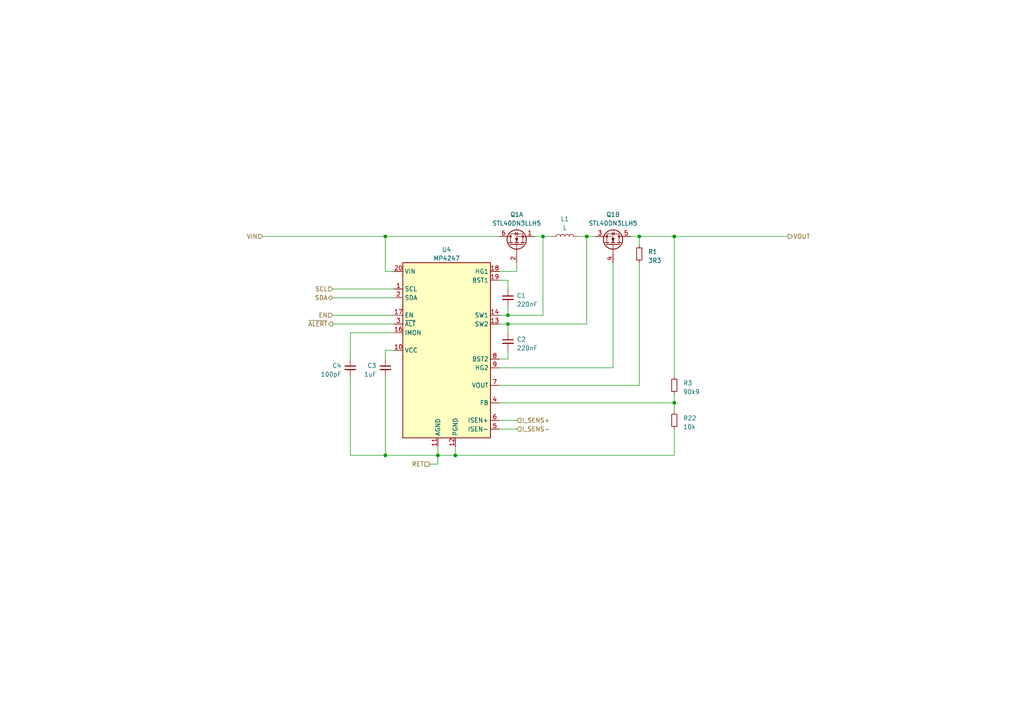
<source format=kicad_sch>
(kicad_sch (version 20230121) (generator eeschema)
  (paper "A4")
  (lib_symbols
    (symbol "Device:C_Small" (pin_numbers hide) (pin_names (offset 0.254) hide)
      (property "Reference" "C" (at 0.254 1.778 0))
      (property "Value" "C_Small" (at 0.254 -2.032 0))
      (symbol "C_Small_0_1"
        (polyline (pts (xy -1.524 -0.508) (xy 1.524 -0.508)) (stroke (width 0.3302)))
        (polyline (pts (xy -1.524 0.508) (xy 1.524 0.508)) (stroke (width 0.3048)))
      )
      (symbol "C_Small_1_1"
        (pin passive line (at 0 2.54 270) (length 2.032) (name "~") (number "1"))
        (pin passive line (at 0 -2.54 90) (length 2.032) (name "~") (number "2"))
      )
    )
    (symbol "Device:L" (pin_numbers hide) (pin_names (offset 1.016) hide)
      (property "Reference" "L" (at -1.27 0 90))
      (property "Value" "L" (at 1.905 0 90))
      (symbol "L_0_1"
        (arc (start 0 -2.54) (mid 0.6323 -1.905) (end 0 -1.27))
        (arc (start 0 -1.27) (mid 0.6323 -0.635) (end 0 0))
        (arc (start 0 0) (mid 0.6323 0.635) (end 0 1.27))
        (arc (start 0 1.27) (mid 0.6323 1.905) (end 0 2.54))
      )
      (symbol "L_1_1"
        (pin passive line (at 0 3.81 270) (length 1.27) (name "1") (number "1"))
        (pin passive line (at 0 -3.81 90) (length 1.27) (name "2") (number "2"))
      )
    )
    (symbol "Device:Q_Dual_NMOS_S1G1S2G2D2D1" (pin_names (offset 0) hide)
      (property "Reference" "Q" (at 6.35 1.27 0))
      (property "Value" "Q_Dual_NMOS_S1G1S2G2D2D1" (at 19.05 -1.27 0))
      (symbol "Q_Dual_NMOS_S1G1S2G2D2D1_0_1"
        (polyline (pts (xy 0.254 0) (xy -2.54 0)))
        (polyline (pts (xy 0.254 1.905) (xy 0.254 -1.905)) (stroke (width 0.254)))
        (polyline (pts (xy 0.762 -1.27) (xy 0.762 -2.286)) (stroke (width 0.254)))
        (polyline (pts (xy 0.762 0.508) (xy 0.762 -0.508)) (stroke (width 0.254)))
        (polyline (pts (xy 0.762 2.286) (xy 0.762 1.27)) (stroke (width 0.254)))
        (polyline (pts (xy 2.54 2.54) (xy 2.54 1.778)))
        (polyline (pts (xy 2.54 -2.54) (xy 2.54 0) (xy 0.762 0)))
        (polyline (pts (xy 0.762 -1.778) (xy 3.302 -1.778) (xy 3.302 1.778) (xy 0.762 1.778)))
        (polyline (pts (xy 1.016 0) (xy 2.032 0.381) (xy 2.032 -0.381) (xy 1.016 0)) (fill (type outline)))
        (polyline (pts (xy 2.794 0.508) (xy 2.921 0.381) (xy 3.683 0.381) (xy 3.81 0.254)))
        (polyline (pts (xy 3.302 0.381) (xy 2.921 -0.254) (xy 3.683 -0.254) (xy 3.302 0.381)))
        (circle (center 1.651 0) (radius 2.794) (stroke (width 0.254)))
        (circle (center 2.54 -1.778) (radius 0.254) (fill (type outline)))
        (circle (center 2.54 1.778) (radius 0.254) (fill (type outline)))
      )
      (symbol "Q_Dual_NMOS_S1G1S2G2D2D1_1_1"
        (pin passive line (at 2.54 -5.08 90) (length 2.54) (name "S") (number "1"))
        (pin input line (at -5.08 0 0) (length 2.54) (name "G") (number "2"))
        (pin passive line (at 2.54 5.08 270) (length 2.54) (name "D") (number "6"))
      )
      (symbol "Q_Dual_NMOS_S1G1S2G2D2D1_2_1"
        (pin passive line (at 2.54 -5.08 90) (length 2.54) (name "S") (number "3"))
        (pin input line (at -5.08 0 0) (length 2.54) (name "G") (number "4"))
        (pin passive line (at 2.54 5.08 270) (length 2.54) (name "D") (number "5"))
      )
    )
    (symbol "Device:R_Small" (pin_numbers hide) (pin_names (offset 0.254) hide)
      (property "Reference" "R" (at 0.762 0.508 0))
      (property "Value" "R_Small" (at 0.762 -1.016 0))
      (symbol "R_Small_0_1"
        (rectangle (start -0.762 1.778) (end 0.762 -1.778) (stroke (width 0.2032)))
      )
      (symbol "R_Small_1_1"
        (pin passive line (at 0 2.54 270) (length 0.762) (name "~") (number "1"))
        (pin passive line (at 0 -2.54 90) (length 0.762) (name "~") (number "2"))
      )
    )
    (symbol "Regulator_Switching:MP4247"
      (property "Reference" "U" (at 0 27.94 0))
      (property "Value" "MP4247" (at 0 30.48 0))
      (symbol "MP4247_0_1"
        (rectangle (start -12.7 25.4) (end 12.7 -25.4) (stroke (width 0.254)) (fill (type background)))
      )
      (symbol "MP4247_1_1"
        (pin input line (at -15.24 17.78 0) (length 2.54) (name "SCL") (number "1"))
        (pin power_out line (at -15.24 0 0) (length 2.54) (name "VCC") (number "10"))
        (pin power_in line (at -2.54 -27.94 90) (length 2.54) (name "AGND") (number "11"))
        (pin power_in line (at 2.54 -27.94 90) (length 2.54) (name "PGND") (number "12"))
        (pin passive line (at 15.24 7.62 180) (length 2.54) (name "SW2") (number "13"))
        (pin passive line (at 15.24 10.16 180) (length 2.54) (name "SW1") (number "14"))
        (pin passive line (at 2.54 -27.94 90) (length 2.54) hide (name "PGND") (number "15"))
        (pin output line (at -15.24 5.08 0) (length 2.54) (name "IMON") (number "16"))
        (pin input line (at -15.24 10.16 0) (length 2.54) (name "EN") (number "17"))
        (pin passive line (at 15.24 22.86 180) (length 2.54) (name "HG1") (number "18"))
        (pin passive line (at 15.24 20.32 180) (length 2.54) (name "BST1") (number "19"))
        (pin bidirectional line (at -15.24 15.24 0) (length 2.54) (name "SDA") (number "2"))
        (pin power_in line (at -15.24 22.86 0) (length 2.54) (name "VIN") (number "20"))
        (pin open_collector line (at -15.24 7.62 0) (length 2.54) (name "~{ALT}") (number "3"))
        (pin input line (at 15.24 -15.24 180) (length 2.54) (name "FB") (number "4"))
        (pin input line (at 15.24 -22.86 180) (length 2.54) (name "ISEN-") (number "5"))
        (pin input line (at 15.24 -20.32 180) (length 2.54) (name "ISEN+") (number "6"))
        (pin power_out line (at 15.24 -10.16 180) (length 2.54) (name "VOUT") (number "7"))
        (pin passive line (at 15.24 -2.54 180) (length 2.54) (name "BST2") (number "8"))
        (pin output line (at 15.24 -5.08 180) (length 2.54) (name "HG2") (number "9"))
      )
    )
  )
  (junction (at 132.08 132.08))
  (junction (at 127 132.08))
  (junction (at 195.58 116.84))
  (junction (at 195.58 68.58))
  (junction (at 157.48 68.58))
  (junction (at 170.18 68.58))
  (junction (at 185.42 68.58))
  (junction (at 147.32 91.44))
  (junction (at 111.76 132.08))
  (junction (at 147.32 93.98))
  (junction (at 111.76 68.58))
  (wire (pts (xy 101.6 104.14) (xy 101.6 96.52)))
  (wire (pts (xy 195.58 132.08) (xy 132.08 132.08)))
  (wire (pts (xy 144.78 116.84) (xy 195.58 116.84)))
  (wire (pts (xy 170.18 93.98) (xy 147.32 93.98)))
  (wire (pts (xy 195.58 109.22) (xy 195.58 68.58)))
  (wire (pts (xy 147.32 104.14) (xy 144.78 104.14)))
  (wire (pts (xy 96.52 91.44) (xy 114.3 91.44)))
  (wire (pts (xy 170.18 68.58) (xy 172.72 68.58)))
  (wire (pts (xy 144.78 121.92) (xy 149.86 121.92)))
  (wire (pts (xy 154.94 68.58) (xy 157.48 68.58)))
  (wire (pts (xy 111.76 104.14) (xy 111.76 101.6)))
  (wire (pts (xy 111.76 109.22) (xy 111.76 132.08)))
  (wire (pts (xy 177.8 76.2) (xy 177.8 106.68)))
  (wire (pts (xy 111.76 101.6) (xy 114.3 101.6)))
  (wire (pts (xy 124.46 134.62) (xy 127 134.62)))
  (wire (pts (xy 101.6 109.22) (xy 101.6 132.08)))
  (wire (pts (xy 101.6 132.08) (xy 111.76 132.08)))
  (wire (pts (xy 157.48 91.44) (xy 147.32 91.44)))
  (wire (pts (xy 157.48 68.58) (xy 160.02 68.58)))
  (wire (pts (xy 147.32 83.82) (xy 147.32 81.28)))
  (wire (pts (xy 149.86 78.74) (xy 144.78 78.74)))
  (wire (pts (xy 147.32 81.28) (xy 144.78 81.28)))
  (wire (pts (xy 149.86 76.2) (xy 149.86 78.74)))
  (wire (pts (xy 177.8 106.68) (xy 144.78 106.68)))
  (wire (pts (xy 144.78 111.76) (xy 185.42 111.76)))
  (wire (pts (xy 144.78 93.98) (xy 147.32 93.98)))
  (wire (pts (xy 111.76 68.58) (xy 111.76 78.74)))
  (wire (pts (xy 195.58 114.3) (xy 195.58 116.84)))
  (wire (pts (xy 147.32 93.98) (xy 147.32 96.52)))
  (wire (pts (xy 96.52 93.98) (xy 114.3 93.98)))
  (wire (pts (xy 185.42 76.2) (xy 185.42 111.76)))
  (wire (pts (xy 132.08 129.54) (xy 132.08 132.08)))
  (wire (pts (xy 127 132.08) (xy 127 134.62)))
  (wire (pts (xy 185.42 71.12) (xy 185.42 68.58)))
  (wire (pts (xy 111.76 132.08) (xy 127 132.08)))
  (wire (pts (xy 195.58 116.84) (xy 195.58 119.38)))
  (wire (pts (xy 195.58 68.58) (xy 185.42 68.58)))
  (wire (pts (xy 101.6 96.52) (xy 114.3 96.52)))
  (wire (pts (xy 111.76 78.74) (xy 114.3 78.74)))
  (wire (pts (xy 147.32 91.44) (xy 144.78 91.44)))
  (wire (pts (xy 147.32 101.6) (xy 147.32 104.14)))
  (wire (pts (xy 157.48 68.58) (xy 157.48 91.44)))
  (wire (pts (xy 147.32 88.9) (xy 147.32 91.44)))
  (wire (pts (xy 76.2 68.58) (xy 111.76 68.58)))
  (wire (pts (xy 144.78 124.46) (xy 149.86 124.46)))
  (wire (pts (xy 96.52 83.82) (xy 114.3 83.82)))
  (wire (pts (xy 170.18 68.58) (xy 170.18 93.98)))
  (wire (pts (xy 144.78 68.58) (xy 111.76 68.58)))
  (wire (pts (xy 182.88 68.58) (xy 185.42 68.58)))
  (wire (pts (xy 127 132.08) (xy 127 129.54)))
  (wire (pts (xy 167.64 68.58) (xy 170.18 68.58)))
  (wire (pts (xy 132.08 132.08) (xy 127 132.08)))
  (wire (pts (xy 195.58 68.58) (xy 228.6 68.58)))
  (wire (pts (xy 96.52 86.36) (xy 114.3 86.36)))
  (wire (pts (xy 195.58 124.46) (xy 195.58 132.08)))
  (hierarchical_label "I_SENS-" (shape input) (at 149.86 124.46 0))
  (hierarchical_label "~{ALERT}" (shape output) (at 96.52 93.98 180))
  (hierarchical_label "SDA" (shape bidirectional) (at 96.52 86.36 180))
  (hierarchical_label "I_SENS+" (shape input) (at 149.86 121.92 0))
  (hierarchical_label "VIN" (shape input) (at 76.2 68.58 180))
  (hierarchical_label "EN" (shape input) (at 96.52 91.44 180))
  (hierarchical_label "RET" (shape passive) (at 124.46 134.62 180))
  (hierarchical_label "SCL" (shape input) (at 96.52 83.82 180))
  (hierarchical_label "VOUT" (shape output) (at 228.6 68.58 0))
  (symbol (lib_id "Device:Q_Dual_NMOS_S1G1S2G2D2D1") (at 177.8 71.12 270) (mirror x) (unit 2)
    (property "Reference" "Q1" (at 177.8 62.23 90))
    (property "Value" "STL40DN3LLH5" (at 177.8 64.77 90))
    (property "Footprint" "Package_SON:ST_PowerFLAT-6L_5x6mm_P1.27mm" (effects hide))
    (property "Datasheet" "https://www.st.com/en/power-transistors/stl40dn3llh5.html" (effects hide))
    (instances (project "USB-PD_lipo" (path "" (reference "Q1") (unit 2)) (path "" (reference "Q3") (unit 2))))
  )
  (symbol (lib_id "Device:C_Small") (at 147.32 99.06 0) (unit 1)
    (property "Reference" "C2" (at 149.86 98.4313 0) (effects (justify left)))
    (property "Value" "220nF" (at 149.86 100.9713 0) (effects (justify left)))
    (property "Footprint" "Capacitor_SMD:C_0402_1005Metric" (effects hide))
  )
  (symbol (lib_id "Device:R_Small") (at 195.58 111.76 180) (unit 1)
    (property "Reference" "R3" (at 198.12 111.125 0) (effects (justify right)))
    (property "Value" "90k9" (at 198.12 113.665 0) (effects (justify right)))
    (property "Footprint" "Resistor_SMD:R_0402_1005Metric" (effects hide))
  )
  (symbol (lib_id "Device:C_Small") (at 101.6 106.68 0) (mirror y) (unit 1)
    (property "Reference" "C4" (at 99.06 106.0513 0) (effects (justify left)))
    (property "Value" "100pF" (at 99.06 108.5913 0) (effects (justify left)))
    (property "Footprint" "Capacitor_SMD:C_0402_1005Metric" (effects hide))
  )
  (symbol (lib_id "Device:C_Small") (at 111.76 106.68 0) (mirror y) (unit 1)
    (property "Reference" "C3" (at 109.22 106.0513 0) (effects (justify left)))
    (property "Value" "1uF" (at 109.22 108.5913 0) (effects (justify left)))
    (property "Footprint" "Capacitor_SMD:C_0402_1005Metric" (effects hide))
  )
  (symbol (lib_id "Device:R_Small") (at 185.42 73.66 180) (unit 1)
    (property "Reference" "R1" (at 187.96 73.025 0) (effects (justify right)))
    (property "Value" "3R3" (at 187.96 75.565 0) (effects (justify right)))
    (property "Footprint" "Resistor_SMD:R_0603_1608Metric" (effects hide))
  )
  (symbol (lib_id "Device:L") (at 163.83 68.58 90) (unit 1)
    (property "Reference" "L1" (at 163.83 63.5 90))
    (property "Value" "L" (at 163.83 66.04 90))
  )
  (symbol (lib_id "Device:R_Small") (at 195.58 121.92 180) (unit 1)
    (property "Reference" "R22" (at 198.12 121.285 0) (effects (justify right)))
    (property "Value" "10k" (at 198.12 123.825 0) (effects (justify right)))
    (property "Footprint" "Resistor_SMD:R_0402_1005Metric" (effects hide))
  )
  (symbol (lib_id "Device:C_Small") (at 147.32 86.36 0) (unit 1)
    (property "Reference" "C1" (at 149.86 85.7313 0) (effects (justify left)))
    (property "Value" "220nF" (at 149.86 88.2713 0) (effects (justify left)))
    (property "Footprint" "Capacitor_SMD:C_0402_1005Metric" (effects hide))
  )
  (symbol (lib_id "Device:Q_Dual_NMOS_S1G1S2G2D2D1") (at 149.86 71.12 90) (unit 1)
    (property "Reference" "Q1" (at 149.86 62.23 90))
    (property "Value" "STL40DN3LLH5" (at 149.86 64.77 90))
    (property "Footprint" "Package_SON:ST_PowerFLAT-6L_5x6mm_P1.27mm" (effects hide))
    (property "Datasheet" "https://www.st.com/en/power-transistors/stl40dn3llh5.html" (effects hide))
    (instances (project "USB-PD_lipo" (path "" (reference "Q1") (unit 1)) (path "" (reference "Q3") (unit 1))))
  )
  (symbol (lib_id "Regulator_Switching:MP4247") (at 129.54 101.6 0) (unit 1)
    (property "Reference" "U4" (at 129.54 72.39 0))
    (property "Value" "MP4247" (at 129.54 74.93 0))
    (property "Footprint" "Package_DFN_QFN:MPS_QFN-20_3x5mm_P0.5mm" (effects hide))
    (property "Datasheet" "https://www.monolithicpower.com/en/documentview/productdocument/index/version/2/document_type/Datasheet/lang/en/sku/MP4247GQV/document_id/9935/" (effects hide))
  )
)
</source>
